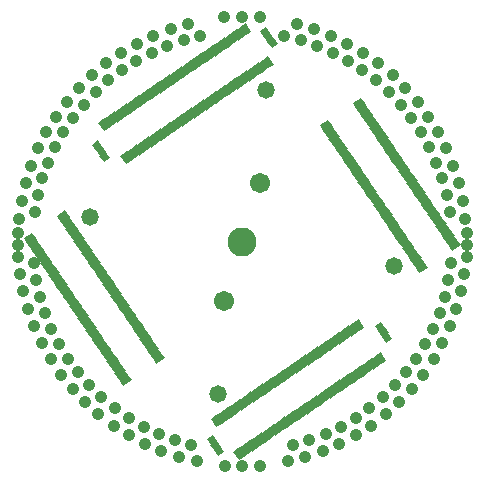
<source format=gts>
G75*
%MOIN*%
%OFA0B0*%
%FSLAX24Y24*%
%IPPOS*%
%LPD*%
%AMOC8*
5,1,8,0,0,1.08239X$1,22.5*
%
%ADD10C,0.0580*%
%ADD11R,0.0171X0.0340*%
%ADD12R,0.0218X0.0340*%
%ADD13C,0.0417*%
%ADD14C,0.0970*%
%ADD15C,0.0671*%
%ADD16R,0.0250X0.0250*%
D10*
X007296Y003085D03*
X003048Y008953D03*
X008916Y013200D03*
X013164Y007332D03*
D11*
G36*
X013716Y007528D02*
X013621Y007669D01*
X013902Y007858D01*
X013997Y007717D01*
X013716Y007528D01*
G37*
G36*
X013805Y007397D02*
X013710Y007538D01*
X013991Y007727D01*
X014086Y007586D01*
X013805Y007397D01*
G37*
G36*
X013893Y007267D02*
X013798Y007408D01*
X014079Y007597D01*
X014174Y007456D01*
X013893Y007267D01*
G37*
G36*
X013628Y007658D02*
X013533Y007799D01*
X013814Y007988D01*
X013909Y007847D01*
X013628Y007658D01*
G37*
G36*
X013540Y007789D02*
X013445Y007930D01*
X013726Y008119D01*
X013821Y007978D01*
X013540Y007789D01*
G37*
G36*
X013452Y007919D02*
X013357Y008060D01*
X013638Y008249D01*
X013733Y008108D01*
X013452Y007919D01*
G37*
G36*
X013364Y008050D02*
X013269Y008191D01*
X013550Y008380D01*
X013645Y008239D01*
X013364Y008050D01*
G37*
G36*
X013276Y008180D02*
X013181Y008321D01*
X013462Y008510D01*
X013557Y008369D01*
X013276Y008180D01*
G37*
G36*
X013188Y008311D02*
X013093Y008452D01*
X013374Y008641D01*
X013469Y008500D01*
X013188Y008311D01*
G37*
G36*
X013100Y008442D02*
X013005Y008583D01*
X013286Y008772D01*
X013381Y008631D01*
X013100Y008442D01*
G37*
G36*
X013012Y008572D02*
X012917Y008713D01*
X013198Y008902D01*
X013293Y008761D01*
X013012Y008572D01*
G37*
G36*
X012924Y008703D02*
X012829Y008844D01*
X013110Y009033D01*
X013205Y008892D01*
X012924Y008703D01*
G37*
G36*
X012836Y008833D02*
X012741Y008974D01*
X013022Y009163D01*
X013117Y009022D01*
X012836Y008833D01*
G37*
G36*
X012748Y008964D02*
X012653Y009105D01*
X012934Y009294D01*
X013029Y009153D01*
X012748Y008964D01*
G37*
G36*
X012660Y009094D02*
X012565Y009235D01*
X012846Y009424D01*
X012941Y009283D01*
X012660Y009094D01*
G37*
G36*
X012572Y009225D02*
X012477Y009366D01*
X012758Y009555D01*
X012853Y009414D01*
X012572Y009225D01*
G37*
G36*
X012484Y009355D02*
X012389Y009496D01*
X012670Y009685D01*
X012765Y009544D01*
X012484Y009355D01*
G37*
G36*
X012396Y009486D02*
X012301Y009627D01*
X012582Y009816D01*
X012677Y009675D01*
X012396Y009486D01*
G37*
G36*
X012307Y009617D02*
X012212Y009758D01*
X012493Y009947D01*
X012588Y009806D01*
X012307Y009617D01*
G37*
G36*
X012219Y009747D02*
X012124Y009888D01*
X012405Y010077D01*
X012500Y009936D01*
X012219Y009747D01*
G37*
G36*
X012131Y009878D02*
X012036Y010019D01*
X012317Y010208D01*
X012412Y010067D01*
X012131Y009878D01*
G37*
G36*
X012043Y010008D02*
X011948Y010149D01*
X012229Y010338D01*
X012324Y010197D01*
X012043Y010008D01*
G37*
G36*
X011955Y010139D02*
X011860Y010280D01*
X012141Y010469D01*
X012236Y010328D01*
X011955Y010139D01*
G37*
G36*
X011867Y010269D02*
X011772Y010410D01*
X012053Y010599D01*
X012148Y010458D01*
X011867Y010269D01*
G37*
G36*
X011779Y010400D02*
X011684Y010541D01*
X011965Y010730D01*
X012060Y010589D01*
X011779Y010400D01*
G37*
G36*
X011691Y010530D02*
X011596Y010671D01*
X011877Y010860D01*
X011972Y010719D01*
X011691Y010530D01*
G37*
G36*
X011603Y010661D02*
X011508Y010802D01*
X011789Y010991D01*
X011884Y010850D01*
X011603Y010661D01*
G37*
G36*
X011515Y010792D02*
X011420Y010933D01*
X011701Y011122D01*
X011796Y010981D01*
X011515Y010792D01*
G37*
G36*
X011427Y010922D02*
X011332Y011063D01*
X011613Y011252D01*
X011708Y011111D01*
X011427Y010922D01*
G37*
G36*
X011339Y011053D02*
X011244Y011194D01*
X011525Y011383D01*
X011620Y011242D01*
X011339Y011053D01*
G37*
G36*
X011251Y011183D02*
X011156Y011324D01*
X011437Y011513D01*
X011532Y011372D01*
X011251Y011183D01*
G37*
G36*
X011163Y011314D02*
X011068Y011455D01*
X011349Y011644D01*
X011444Y011503D01*
X011163Y011314D01*
G37*
G36*
X011075Y011444D02*
X010980Y011585D01*
X011261Y011774D01*
X011356Y011633D01*
X011075Y011444D01*
G37*
G36*
X010987Y011575D02*
X010892Y011716D01*
X011173Y011905D01*
X011268Y011764D01*
X010987Y011575D01*
G37*
G36*
X010898Y011705D02*
X010803Y011846D01*
X011084Y012035D01*
X011179Y011894D01*
X010898Y011705D01*
G37*
G36*
X012272Y012647D02*
X012367Y012506D01*
X012086Y012317D01*
X011991Y012458D01*
X012272Y012647D01*
G37*
G36*
X012184Y012777D02*
X012279Y012636D01*
X011998Y012447D01*
X011903Y012588D01*
X012184Y012777D01*
G37*
G36*
X012361Y012516D02*
X012456Y012375D01*
X012175Y012186D01*
X012080Y012327D01*
X012361Y012516D01*
G37*
G36*
X012449Y012386D02*
X012544Y012245D01*
X012263Y012056D01*
X012168Y012197D01*
X012449Y012386D01*
G37*
G36*
X012537Y012255D02*
X012632Y012114D01*
X012351Y011925D01*
X012256Y012066D01*
X012537Y012255D01*
G37*
G36*
X012625Y012125D02*
X012720Y011984D01*
X012439Y011795D01*
X012344Y011936D01*
X012625Y012125D01*
G37*
G36*
X012713Y011994D02*
X012808Y011853D01*
X012527Y011664D01*
X012432Y011805D01*
X012713Y011994D01*
G37*
G36*
X012801Y011863D02*
X012896Y011722D01*
X012615Y011533D01*
X012520Y011674D01*
X012801Y011863D01*
G37*
G36*
X012889Y011733D02*
X012984Y011592D01*
X012703Y011403D01*
X012608Y011544D01*
X012889Y011733D01*
G37*
G36*
X012977Y011602D02*
X013072Y011461D01*
X012791Y011272D01*
X012696Y011413D01*
X012977Y011602D01*
G37*
G36*
X013065Y011472D02*
X013160Y011331D01*
X012879Y011142D01*
X012784Y011283D01*
X013065Y011472D01*
G37*
G36*
X013153Y011341D02*
X013248Y011200D01*
X012967Y011011D01*
X012872Y011152D01*
X013153Y011341D01*
G37*
G36*
X013241Y011211D02*
X013336Y011070D01*
X013055Y010881D01*
X012960Y011022D01*
X013241Y011211D01*
G37*
G36*
X013329Y011080D02*
X013424Y010939D01*
X013143Y010750D01*
X013048Y010891D01*
X013329Y011080D01*
G37*
G36*
X013417Y010950D02*
X013512Y010809D01*
X013231Y010620D01*
X013136Y010761D01*
X013417Y010950D01*
G37*
G36*
X013505Y010819D02*
X013600Y010678D01*
X013319Y010489D01*
X013224Y010630D01*
X013505Y010819D01*
G37*
G36*
X013593Y010688D02*
X013688Y010547D01*
X013407Y010358D01*
X013312Y010499D01*
X013593Y010688D01*
G37*
G36*
X013681Y010558D02*
X013776Y010417D01*
X013495Y010228D01*
X013400Y010369D01*
X013681Y010558D01*
G37*
G36*
X013770Y010427D02*
X013865Y010286D01*
X013584Y010097D01*
X013489Y010238D01*
X013770Y010427D01*
G37*
G36*
X013858Y010297D02*
X013953Y010156D01*
X013672Y009967D01*
X013577Y010108D01*
X013858Y010297D01*
G37*
G36*
X013946Y010166D02*
X014041Y010025D01*
X013760Y009836D01*
X013665Y009977D01*
X013946Y010166D01*
G37*
G36*
X014034Y010036D02*
X014129Y009895D01*
X013848Y009706D01*
X013753Y009847D01*
X014034Y010036D01*
G37*
G36*
X014122Y009905D02*
X014217Y009764D01*
X013936Y009575D01*
X013841Y009716D01*
X014122Y009905D01*
G37*
G36*
X014210Y009775D02*
X014305Y009634D01*
X014024Y009445D01*
X013929Y009586D01*
X014210Y009775D01*
G37*
G36*
X014298Y009644D02*
X014393Y009503D01*
X014112Y009314D01*
X014017Y009455D01*
X014298Y009644D01*
G37*
G36*
X014386Y009513D02*
X014481Y009372D01*
X014200Y009183D01*
X014105Y009324D01*
X014386Y009513D01*
G37*
G36*
X014474Y009383D02*
X014569Y009242D01*
X014288Y009053D01*
X014193Y009194D01*
X014474Y009383D01*
G37*
G36*
X014562Y009252D02*
X014657Y009111D01*
X014376Y008922D01*
X014281Y009063D01*
X014562Y009252D01*
G37*
G36*
X014650Y009122D02*
X014745Y008981D01*
X014464Y008792D01*
X014369Y008933D01*
X014650Y009122D01*
G37*
G36*
X014738Y008991D02*
X014833Y008850D01*
X014552Y008661D01*
X014457Y008802D01*
X014738Y008991D01*
G37*
G36*
X014826Y008861D02*
X014921Y008720D01*
X014640Y008531D01*
X014545Y008672D01*
X014826Y008861D01*
G37*
G36*
X014914Y008730D02*
X015009Y008589D01*
X014728Y008400D01*
X014633Y008541D01*
X014914Y008730D01*
G37*
G36*
X015002Y008600D02*
X015097Y008459D01*
X014816Y008270D01*
X014721Y008411D01*
X015002Y008600D01*
G37*
G36*
X015090Y008469D02*
X015185Y008328D01*
X014904Y008139D01*
X014809Y008280D01*
X015090Y008469D01*
G37*
G36*
X015179Y008338D02*
X015274Y008197D01*
X014993Y008008D01*
X014898Y008149D01*
X015179Y008338D01*
G37*
G36*
X011669Y005350D02*
X011810Y005445D01*
X011999Y005164D01*
X011858Y005069D01*
X011669Y005350D01*
G37*
G36*
X011539Y005262D02*
X011680Y005357D01*
X011869Y005076D01*
X011728Y004981D01*
X011539Y005262D01*
G37*
G36*
X011408Y005174D02*
X011549Y005269D01*
X011738Y004988D01*
X011597Y004893D01*
X011408Y005174D01*
G37*
G36*
X011277Y005086D02*
X011418Y005181D01*
X011607Y004900D01*
X011466Y004805D01*
X011277Y005086D01*
G37*
G36*
X011147Y004998D02*
X011288Y005093D01*
X011477Y004812D01*
X011336Y004717D01*
X011147Y004998D01*
G37*
G36*
X011016Y004910D02*
X011157Y005005D01*
X011346Y004724D01*
X011205Y004629D01*
X011016Y004910D01*
G37*
G36*
X010886Y004822D02*
X011027Y004917D01*
X011216Y004636D01*
X011075Y004541D01*
X010886Y004822D01*
G37*
G36*
X010755Y004734D02*
X010896Y004829D01*
X011085Y004548D01*
X010944Y004453D01*
X010755Y004734D01*
G37*
G36*
X010625Y004646D02*
X010766Y004741D01*
X010955Y004460D01*
X010814Y004365D01*
X010625Y004646D01*
G37*
G36*
X010494Y004558D02*
X010635Y004653D01*
X010824Y004372D01*
X010683Y004277D01*
X010494Y004558D01*
G37*
G36*
X010364Y004470D02*
X010505Y004565D01*
X010694Y004284D01*
X010553Y004189D01*
X010364Y004470D01*
G37*
G36*
X010233Y004382D02*
X010374Y004477D01*
X010563Y004196D01*
X010422Y004101D01*
X010233Y004382D01*
G37*
G36*
X010102Y004294D02*
X010243Y004389D01*
X010432Y004108D01*
X010291Y004013D01*
X010102Y004294D01*
G37*
G36*
X009972Y004205D02*
X010113Y004300D01*
X010302Y004019D01*
X010161Y003924D01*
X009972Y004205D01*
G37*
G36*
X009841Y004117D02*
X009982Y004212D01*
X010171Y003931D01*
X010030Y003836D01*
X009841Y004117D01*
G37*
G36*
X009711Y004029D02*
X009852Y004124D01*
X010041Y003843D01*
X009900Y003748D01*
X009711Y004029D01*
G37*
G36*
X009580Y003941D02*
X009721Y004036D01*
X009910Y003755D01*
X009769Y003660D01*
X009580Y003941D01*
G37*
G36*
X009450Y003853D02*
X009591Y003948D01*
X009780Y003667D01*
X009639Y003572D01*
X009450Y003853D01*
G37*
G36*
X009319Y003765D02*
X009460Y003860D01*
X009649Y003579D01*
X009508Y003484D01*
X009319Y003765D01*
G37*
G36*
X009189Y003677D02*
X009330Y003772D01*
X009519Y003491D01*
X009378Y003396D01*
X009189Y003677D01*
G37*
G36*
X009058Y003589D02*
X009199Y003684D01*
X009388Y003403D01*
X009247Y003308D01*
X009058Y003589D01*
G37*
G36*
X008927Y003501D02*
X009068Y003596D01*
X009257Y003315D01*
X009116Y003220D01*
X008927Y003501D01*
G37*
G36*
X008797Y003413D02*
X008938Y003508D01*
X009127Y003227D01*
X008986Y003132D01*
X008797Y003413D01*
G37*
G36*
X008666Y003325D02*
X008807Y003420D01*
X008996Y003139D01*
X008855Y003044D01*
X008666Y003325D01*
G37*
G36*
X008536Y003237D02*
X008677Y003332D01*
X008866Y003051D01*
X008725Y002956D01*
X008536Y003237D01*
G37*
G36*
X008405Y003149D02*
X008546Y003244D01*
X008735Y002963D01*
X008594Y002868D01*
X008405Y003149D01*
G37*
G36*
X008275Y003061D02*
X008416Y003156D01*
X008605Y002875D01*
X008464Y002780D01*
X008275Y003061D01*
G37*
G36*
X008144Y002973D02*
X008285Y003068D01*
X008474Y002787D01*
X008333Y002692D01*
X008144Y002973D01*
G37*
G36*
X008014Y002885D02*
X008155Y002980D01*
X008344Y002699D01*
X008203Y002604D01*
X008014Y002885D01*
G37*
G36*
X007883Y002796D02*
X008024Y002891D01*
X008213Y002610D01*
X008072Y002515D01*
X007883Y002796D01*
G37*
G36*
X007752Y002708D02*
X007893Y002803D01*
X008082Y002522D01*
X007941Y002427D01*
X007752Y002708D01*
G37*
G36*
X007622Y002620D02*
X007763Y002715D01*
X007952Y002434D01*
X007811Y002339D01*
X007622Y002620D01*
G37*
G36*
X007491Y002532D02*
X007632Y002627D01*
X007821Y002346D01*
X007680Y002251D01*
X007491Y002532D01*
G37*
G36*
X007361Y002444D02*
X007502Y002539D01*
X007691Y002258D01*
X007550Y002163D01*
X007361Y002444D01*
G37*
G36*
X007230Y002356D02*
X007371Y002451D01*
X007560Y002170D01*
X007419Y002075D01*
X007230Y002356D01*
G37*
G36*
X008302Y001070D02*
X008161Y000975D01*
X007972Y001256D01*
X008113Y001351D01*
X008302Y001070D01*
G37*
G36*
X008433Y001158D02*
X008292Y001063D01*
X008103Y001344D01*
X008244Y001439D01*
X008433Y001158D01*
G37*
G36*
X008563Y001246D02*
X008422Y001151D01*
X008233Y001432D01*
X008374Y001527D01*
X008563Y001246D01*
G37*
G36*
X008694Y001334D02*
X008553Y001239D01*
X008364Y001520D01*
X008505Y001615D01*
X008694Y001334D01*
G37*
G36*
X008824Y001422D02*
X008683Y001327D01*
X008494Y001608D01*
X008635Y001703D01*
X008824Y001422D01*
G37*
G36*
X008955Y001511D02*
X008814Y001416D01*
X008625Y001697D01*
X008766Y001792D01*
X008955Y001511D01*
G37*
G36*
X009085Y001599D02*
X008944Y001504D01*
X008755Y001785D01*
X008896Y001880D01*
X009085Y001599D01*
G37*
G36*
X009216Y001687D02*
X009075Y001592D01*
X008886Y001873D01*
X009027Y001968D01*
X009216Y001687D01*
G37*
G36*
X009347Y001775D02*
X009206Y001680D01*
X009017Y001961D01*
X009158Y002056D01*
X009347Y001775D01*
G37*
G36*
X009477Y001863D02*
X009336Y001768D01*
X009147Y002049D01*
X009288Y002144D01*
X009477Y001863D01*
G37*
G36*
X009608Y001951D02*
X009467Y001856D01*
X009278Y002137D01*
X009419Y002232D01*
X009608Y001951D01*
G37*
G36*
X009738Y002039D02*
X009597Y001944D01*
X009408Y002225D01*
X009549Y002320D01*
X009738Y002039D01*
G37*
G36*
X009869Y002127D02*
X009728Y002032D01*
X009539Y002313D01*
X009680Y002408D01*
X009869Y002127D01*
G37*
G36*
X009999Y002215D02*
X009858Y002120D01*
X009669Y002401D01*
X009810Y002496D01*
X009999Y002215D01*
G37*
G36*
X010130Y002303D02*
X009989Y002208D01*
X009800Y002489D01*
X009941Y002584D01*
X010130Y002303D01*
G37*
G36*
X010260Y002391D02*
X010119Y002296D01*
X009930Y002577D01*
X010071Y002672D01*
X010260Y002391D01*
G37*
G36*
X010391Y002479D02*
X010250Y002384D01*
X010061Y002665D01*
X010202Y002760D01*
X010391Y002479D01*
G37*
G36*
X010522Y002567D02*
X010381Y002472D01*
X010192Y002753D01*
X010333Y002848D01*
X010522Y002567D01*
G37*
G36*
X010652Y002655D02*
X010511Y002560D01*
X010322Y002841D01*
X010463Y002936D01*
X010652Y002655D01*
G37*
G36*
X010783Y002743D02*
X010642Y002648D01*
X010453Y002929D01*
X010594Y003024D01*
X010783Y002743D01*
G37*
G36*
X010913Y002831D02*
X010772Y002736D01*
X010583Y003017D01*
X010724Y003112D01*
X010913Y002831D01*
G37*
G36*
X011044Y002920D02*
X010903Y002825D01*
X010714Y003106D01*
X010855Y003201D01*
X011044Y002920D01*
G37*
G36*
X011174Y003008D02*
X011033Y002913D01*
X010844Y003194D01*
X010985Y003289D01*
X011174Y003008D01*
G37*
G36*
X011305Y003096D02*
X011164Y003001D01*
X010975Y003282D01*
X011116Y003377D01*
X011305Y003096D01*
G37*
G36*
X011435Y003184D02*
X011294Y003089D01*
X011105Y003370D01*
X011246Y003465D01*
X011435Y003184D01*
G37*
G36*
X011566Y003272D02*
X011425Y003177D01*
X011236Y003458D01*
X011377Y003553D01*
X011566Y003272D01*
G37*
G36*
X011697Y003360D02*
X011556Y003265D01*
X011367Y003546D01*
X011508Y003641D01*
X011697Y003360D01*
G37*
G36*
X011827Y003448D02*
X011686Y003353D01*
X011497Y003634D01*
X011638Y003729D01*
X011827Y003448D01*
G37*
G36*
X011958Y003536D02*
X011817Y003441D01*
X011628Y003722D01*
X011769Y003817D01*
X011958Y003536D01*
G37*
G36*
X012088Y003624D02*
X011947Y003529D01*
X011758Y003810D01*
X011899Y003905D01*
X012088Y003624D01*
G37*
G36*
X012219Y003712D02*
X012078Y003617D01*
X011889Y003898D01*
X012030Y003993D01*
X012219Y003712D01*
G37*
G36*
X012349Y003800D02*
X012208Y003705D01*
X012019Y003986D01*
X012160Y004081D01*
X012349Y003800D01*
G37*
G36*
X012480Y003888D02*
X012339Y003793D01*
X012150Y004074D01*
X012291Y004169D01*
X012480Y003888D01*
G37*
G36*
X012611Y003976D02*
X012470Y003881D01*
X012281Y004162D01*
X012422Y004257D01*
X012611Y003976D01*
G37*
G36*
X012741Y004064D02*
X012600Y003969D01*
X012411Y004250D01*
X012552Y004345D01*
X012741Y004064D01*
G37*
G36*
X005314Y004580D02*
X005409Y004439D01*
X005128Y004250D01*
X005033Y004391D01*
X005314Y004580D01*
G37*
G36*
X005226Y004710D02*
X005321Y004569D01*
X005040Y004380D01*
X004945Y004521D01*
X005226Y004710D01*
G37*
G36*
X005138Y004841D02*
X005233Y004700D01*
X004952Y004511D01*
X004857Y004652D01*
X005138Y004841D01*
G37*
G36*
X005050Y004971D02*
X005145Y004830D01*
X004864Y004641D01*
X004769Y004782D01*
X005050Y004971D01*
G37*
G36*
X004962Y005102D02*
X005057Y004961D01*
X004776Y004772D01*
X004681Y004913D01*
X004962Y005102D01*
G37*
G36*
X004874Y005232D02*
X004969Y005091D01*
X004688Y004902D01*
X004593Y005043D01*
X004874Y005232D01*
G37*
G36*
X004786Y005363D02*
X004881Y005222D01*
X004600Y005033D01*
X004505Y005174D01*
X004786Y005363D01*
G37*
G36*
X004698Y005494D02*
X004793Y005353D01*
X004512Y005164D01*
X004417Y005305D01*
X004698Y005494D01*
G37*
G36*
X004609Y005624D02*
X004704Y005483D01*
X004423Y005294D01*
X004328Y005435D01*
X004609Y005624D01*
G37*
G36*
X004521Y005755D02*
X004616Y005614D01*
X004335Y005425D01*
X004240Y005566D01*
X004521Y005755D01*
G37*
G36*
X004433Y005885D02*
X004528Y005744D01*
X004247Y005555D01*
X004152Y005696D01*
X004433Y005885D01*
G37*
G36*
X004345Y006016D02*
X004440Y005875D01*
X004159Y005686D01*
X004064Y005827D01*
X004345Y006016D01*
G37*
G36*
X004257Y006146D02*
X004352Y006005D01*
X004071Y005816D01*
X003976Y005957D01*
X004257Y006146D01*
G37*
G36*
X004169Y006277D02*
X004264Y006136D01*
X003983Y005947D01*
X003888Y006088D01*
X004169Y006277D01*
G37*
G36*
X004081Y006407D02*
X004176Y006266D01*
X003895Y006077D01*
X003800Y006218D01*
X004081Y006407D01*
G37*
G36*
X003993Y006538D02*
X004088Y006397D01*
X003807Y006208D01*
X003712Y006349D01*
X003993Y006538D01*
G37*
G36*
X003905Y006669D02*
X004000Y006528D01*
X003719Y006339D01*
X003624Y006480D01*
X003905Y006669D01*
G37*
G36*
X003817Y006799D02*
X003912Y006658D01*
X003631Y006469D01*
X003536Y006610D01*
X003817Y006799D01*
G37*
G36*
X003729Y006930D02*
X003824Y006789D01*
X003543Y006600D01*
X003448Y006741D01*
X003729Y006930D01*
G37*
G36*
X003641Y007060D02*
X003736Y006919D01*
X003455Y006730D01*
X003360Y006871D01*
X003641Y007060D01*
G37*
G36*
X003553Y007191D02*
X003648Y007050D01*
X003367Y006861D01*
X003272Y007002D01*
X003553Y007191D01*
G37*
G36*
X003465Y007321D02*
X003560Y007180D01*
X003279Y006991D01*
X003184Y007132D01*
X003465Y007321D01*
G37*
G36*
X003377Y007452D02*
X003472Y007311D01*
X003191Y007122D01*
X003096Y007263D01*
X003377Y007452D01*
G37*
G36*
X003289Y007582D02*
X003384Y007441D01*
X003103Y007252D01*
X003008Y007393D01*
X003289Y007582D01*
G37*
G36*
X003200Y007713D02*
X003295Y007572D01*
X003014Y007383D01*
X002919Y007524D01*
X003200Y007713D01*
G37*
G36*
X003112Y007844D02*
X003207Y007703D01*
X002926Y007514D01*
X002831Y007655D01*
X003112Y007844D01*
G37*
G36*
X003024Y007974D02*
X003119Y007833D01*
X002838Y007644D01*
X002743Y007785D01*
X003024Y007974D01*
G37*
G36*
X002936Y008105D02*
X003031Y007964D01*
X002750Y007775D01*
X002655Y007916D01*
X002936Y008105D01*
G37*
G36*
X002848Y008235D02*
X002943Y008094D01*
X002662Y007905D01*
X002567Y008046D01*
X002848Y008235D01*
G37*
G36*
X002760Y008366D02*
X002855Y008225D01*
X002574Y008036D01*
X002479Y008177D01*
X002760Y008366D01*
G37*
G36*
X002672Y008496D02*
X002767Y008355D01*
X002486Y008166D01*
X002391Y008307D01*
X002672Y008496D01*
G37*
G36*
X002584Y008627D02*
X002679Y008486D01*
X002398Y008297D01*
X002303Y008438D01*
X002584Y008627D01*
G37*
G36*
X002496Y008757D02*
X002591Y008616D01*
X002310Y008427D01*
X002215Y008568D01*
X002496Y008757D01*
G37*
G36*
X002408Y008888D02*
X002503Y008747D01*
X002222Y008558D01*
X002127Y008699D01*
X002408Y008888D01*
G37*
G36*
X002320Y009019D02*
X002415Y008878D01*
X002134Y008689D01*
X002039Y008830D01*
X002320Y009019D01*
G37*
G36*
X001122Y007816D02*
X001027Y007957D01*
X001308Y008146D01*
X001403Y008005D01*
X001122Y007816D01*
G37*
G36*
X001210Y007686D02*
X001115Y007827D01*
X001396Y008016D01*
X001491Y007875D01*
X001210Y007686D01*
G37*
G36*
X001298Y007555D02*
X001203Y007696D01*
X001484Y007885D01*
X001579Y007744D01*
X001298Y007555D01*
G37*
G36*
X001386Y007424D02*
X001291Y007565D01*
X001572Y007754D01*
X001667Y007613D01*
X001386Y007424D01*
G37*
G36*
X001474Y007294D02*
X001379Y007435D01*
X001660Y007624D01*
X001755Y007483D01*
X001474Y007294D01*
G37*
G36*
X001562Y007163D02*
X001467Y007304D01*
X001748Y007493D01*
X001843Y007352D01*
X001562Y007163D01*
G37*
G36*
X001650Y007033D02*
X001555Y007174D01*
X001836Y007363D01*
X001931Y007222D01*
X001650Y007033D01*
G37*
G36*
X001738Y006902D02*
X001643Y007043D01*
X001924Y007232D01*
X002019Y007091D01*
X001738Y006902D01*
G37*
G36*
X001826Y006772D02*
X001731Y006913D01*
X002012Y007102D01*
X002107Y006961D01*
X001826Y006772D01*
G37*
G36*
X001915Y006641D02*
X001820Y006782D01*
X002101Y006971D01*
X002196Y006830D01*
X001915Y006641D01*
G37*
G36*
X002003Y006511D02*
X001908Y006652D01*
X002189Y006841D01*
X002284Y006700D01*
X002003Y006511D01*
G37*
G36*
X002091Y006380D02*
X001996Y006521D01*
X002277Y006710D01*
X002372Y006569D01*
X002091Y006380D01*
G37*
G36*
X002179Y006249D02*
X002084Y006390D01*
X002365Y006579D01*
X002460Y006438D01*
X002179Y006249D01*
G37*
G36*
X002267Y006119D02*
X002172Y006260D01*
X002453Y006449D01*
X002548Y006308D01*
X002267Y006119D01*
G37*
G36*
X002355Y005988D02*
X002260Y006129D01*
X002541Y006318D01*
X002636Y006177D01*
X002355Y005988D01*
G37*
G36*
X002443Y005858D02*
X002348Y005999D01*
X002629Y006188D01*
X002724Y006047D01*
X002443Y005858D01*
G37*
G36*
X002531Y005727D02*
X002436Y005868D01*
X002717Y006057D01*
X002812Y005916D01*
X002531Y005727D01*
G37*
G36*
X002619Y005597D02*
X002524Y005738D01*
X002805Y005927D01*
X002900Y005786D01*
X002619Y005597D01*
G37*
G36*
X002707Y005466D02*
X002612Y005607D01*
X002893Y005796D01*
X002988Y005655D01*
X002707Y005466D01*
G37*
G36*
X002795Y005336D02*
X002700Y005477D01*
X002981Y005666D01*
X003076Y005525D01*
X002795Y005336D01*
G37*
G36*
X002883Y005205D02*
X002788Y005346D01*
X003069Y005535D01*
X003164Y005394D01*
X002883Y005205D01*
G37*
G36*
X002971Y005074D02*
X002876Y005215D01*
X003157Y005404D01*
X003252Y005263D01*
X002971Y005074D01*
G37*
G36*
X003059Y004944D02*
X002964Y005085D01*
X003245Y005274D01*
X003340Y005133D01*
X003059Y004944D01*
G37*
G36*
X003147Y004813D02*
X003052Y004954D01*
X003333Y005143D01*
X003428Y005002D01*
X003147Y004813D01*
G37*
G36*
X003235Y004683D02*
X003140Y004824D01*
X003421Y005013D01*
X003516Y004872D01*
X003235Y004683D01*
G37*
G36*
X003324Y004552D02*
X003229Y004693D01*
X003510Y004882D01*
X003605Y004741D01*
X003324Y004552D01*
G37*
G36*
X003412Y004422D02*
X003317Y004563D01*
X003598Y004752D01*
X003693Y004611D01*
X003412Y004422D01*
G37*
G36*
X003500Y004291D02*
X003405Y004432D01*
X003686Y004621D01*
X003781Y004480D01*
X003500Y004291D01*
G37*
G36*
X003588Y004160D02*
X003493Y004301D01*
X003774Y004490D01*
X003869Y004349D01*
X003588Y004160D01*
G37*
G36*
X003676Y004030D02*
X003581Y004171D01*
X003862Y004360D01*
X003957Y004219D01*
X003676Y004030D01*
G37*
G36*
X003764Y003899D02*
X003669Y004040D01*
X003950Y004229D01*
X004045Y004088D01*
X003764Y003899D01*
G37*
G36*
X003852Y003769D02*
X003757Y003910D01*
X004038Y004099D01*
X004133Y003958D01*
X003852Y003769D01*
G37*
G36*
X003940Y003638D02*
X003845Y003779D01*
X004126Y003968D01*
X004221Y003827D01*
X003940Y003638D01*
G37*
G36*
X004028Y003508D02*
X003933Y003649D01*
X004214Y003838D01*
X004309Y003697D01*
X004028Y003508D01*
G37*
G36*
X001034Y007947D02*
X000939Y008088D01*
X001220Y008277D01*
X001315Y008136D01*
X001034Y007947D01*
G37*
G36*
X004543Y010935D02*
X004402Y010840D01*
X004213Y011121D01*
X004354Y011216D01*
X004543Y010935D01*
G37*
G36*
X004674Y011023D02*
X004533Y010928D01*
X004344Y011209D01*
X004485Y011304D01*
X004674Y011023D01*
G37*
G36*
X004804Y011111D02*
X004663Y011016D01*
X004474Y011297D01*
X004615Y011392D01*
X004804Y011111D01*
G37*
G36*
X004935Y011199D02*
X004794Y011104D01*
X004605Y011385D01*
X004746Y011480D01*
X004935Y011199D01*
G37*
G36*
X005066Y011287D02*
X004925Y011192D01*
X004736Y011473D01*
X004877Y011568D01*
X005066Y011287D01*
G37*
G36*
X005196Y011375D02*
X005055Y011280D01*
X004866Y011561D01*
X005007Y011656D01*
X005196Y011375D01*
G37*
G36*
X005327Y011463D02*
X005186Y011368D01*
X004997Y011649D01*
X005138Y011744D01*
X005327Y011463D01*
G37*
G36*
X005457Y011551D02*
X005316Y011456D01*
X005127Y011737D01*
X005268Y011832D01*
X005457Y011551D01*
G37*
G36*
X005588Y011639D02*
X005447Y011544D01*
X005258Y011825D01*
X005399Y011920D01*
X005588Y011639D01*
G37*
G36*
X005718Y011727D02*
X005577Y011632D01*
X005388Y011913D01*
X005529Y012008D01*
X005718Y011727D01*
G37*
G36*
X005849Y011815D02*
X005708Y011720D01*
X005519Y012001D01*
X005660Y012096D01*
X005849Y011815D01*
G37*
G36*
X005979Y011903D02*
X005838Y011808D01*
X005649Y012089D01*
X005790Y012184D01*
X005979Y011903D01*
G37*
G36*
X006110Y011992D02*
X005969Y011897D01*
X005780Y012178D01*
X005921Y012273D01*
X006110Y011992D01*
G37*
G36*
X006241Y012080D02*
X006100Y011985D01*
X005911Y012266D01*
X006052Y012361D01*
X006241Y012080D01*
G37*
G36*
X006371Y012168D02*
X006230Y012073D01*
X006041Y012354D01*
X006182Y012449D01*
X006371Y012168D01*
G37*
G36*
X006502Y012256D02*
X006361Y012161D01*
X006172Y012442D01*
X006313Y012537D01*
X006502Y012256D01*
G37*
G36*
X006632Y012344D02*
X006491Y012249D01*
X006302Y012530D01*
X006443Y012625D01*
X006632Y012344D01*
G37*
G36*
X006763Y012432D02*
X006622Y012337D01*
X006433Y012618D01*
X006574Y012713D01*
X006763Y012432D01*
G37*
G36*
X006893Y012520D02*
X006752Y012425D01*
X006563Y012706D01*
X006704Y012801D01*
X006893Y012520D01*
G37*
G36*
X007024Y012608D02*
X006883Y012513D01*
X006694Y012794D01*
X006835Y012889D01*
X007024Y012608D01*
G37*
G36*
X007154Y012696D02*
X007013Y012601D01*
X006824Y012882D01*
X006965Y012977D01*
X007154Y012696D01*
G37*
G36*
X007285Y012784D02*
X007144Y012689D01*
X006955Y012970D01*
X007096Y013065D01*
X007285Y012784D01*
G37*
G36*
X007416Y012872D02*
X007275Y012777D01*
X007086Y013058D01*
X007227Y013153D01*
X007416Y012872D01*
G37*
G36*
X007546Y012960D02*
X007405Y012865D01*
X007216Y013146D01*
X007357Y013241D01*
X007546Y012960D01*
G37*
G36*
X007677Y013048D02*
X007536Y012953D01*
X007347Y013234D01*
X007488Y013329D01*
X007677Y013048D01*
G37*
G36*
X007807Y013136D02*
X007666Y013041D01*
X007477Y013322D01*
X007618Y013417D01*
X007807Y013136D01*
G37*
G36*
X007938Y013224D02*
X007797Y013129D01*
X007608Y013410D01*
X007749Y013505D01*
X007938Y013224D01*
G37*
G36*
X008068Y013312D02*
X007927Y013217D01*
X007738Y013498D01*
X007879Y013593D01*
X008068Y013312D01*
G37*
G36*
X008199Y013401D02*
X008058Y013306D01*
X007869Y013587D01*
X008010Y013682D01*
X008199Y013401D01*
G37*
G36*
X008329Y013489D02*
X008188Y013394D01*
X007999Y013675D01*
X008140Y013770D01*
X008329Y013489D01*
G37*
G36*
X008460Y013577D02*
X008319Y013482D01*
X008130Y013763D01*
X008271Y013858D01*
X008460Y013577D01*
G37*
G36*
X008591Y013665D02*
X008450Y013570D01*
X008261Y013851D01*
X008402Y013946D01*
X008591Y013665D01*
G37*
G36*
X008721Y013753D02*
X008580Y013658D01*
X008391Y013939D01*
X008532Y014034D01*
X008721Y013753D01*
G37*
G36*
X008852Y013841D02*
X008711Y013746D01*
X008522Y014027D01*
X008663Y014122D01*
X008852Y013841D01*
G37*
G36*
X008982Y013929D02*
X008841Y013834D01*
X008652Y014115D01*
X008793Y014210D01*
X008982Y013929D01*
G37*
G36*
X007910Y015215D02*
X008051Y015310D01*
X008240Y015029D01*
X008099Y014934D01*
X007910Y015215D01*
G37*
G36*
X007780Y015127D02*
X007921Y015222D01*
X008110Y014941D01*
X007969Y014846D01*
X007780Y015127D01*
G37*
G36*
X007649Y015039D02*
X007790Y015134D01*
X007979Y014853D01*
X007838Y014758D01*
X007649Y015039D01*
G37*
G36*
X007519Y014951D02*
X007660Y015046D01*
X007849Y014765D01*
X007708Y014670D01*
X007519Y014951D01*
G37*
G36*
X007388Y014863D02*
X007529Y014958D01*
X007718Y014677D01*
X007577Y014582D01*
X007388Y014863D01*
G37*
G36*
X007258Y014775D02*
X007399Y014870D01*
X007588Y014589D01*
X007447Y014494D01*
X007258Y014775D01*
G37*
G36*
X007127Y014686D02*
X007268Y014781D01*
X007457Y014500D01*
X007316Y014405D01*
X007127Y014686D01*
G37*
G36*
X006996Y014598D02*
X007137Y014693D01*
X007326Y014412D01*
X007185Y014317D01*
X006996Y014598D01*
G37*
G36*
X006866Y014510D02*
X007007Y014605D01*
X007196Y014324D01*
X007055Y014229D01*
X006866Y014510D01*
G37*
G36*
X006735Y014422D02*
X006876Y014517D01*
X007065Y014236D01*
X006924Y014141D01*
X006735Y014422D01*
G37*
G36*
X006605Y014334D02*
X006746Y014429D01*
X006935Y014148D01*
X006794Y014053D01*
X006605Y014334D01*
G37*
G36*
X006474Y014246D02*
X006615Y014341D01*
X006804Y014060D01*
X006663Y013965D01*
X006474Y014246D01*
G37*
G36*
X006344Y014158D02*
X006485Y014253D01*
X006674Y013972D01*
X006533Y013877D01*
X006344Y014158D01*
G37*
G36*
X006213Y014070D02*
X006354Y014165D01*
X006543Y013884D01*
X006402Y013789D01*
X006213Y014070D01*
G37*
G36*
X006083Y013982D02*
X006224Y014077D01*
X006413Y013796D01*
X006272Y013701D01*
X006083Y013982D01*
G37*
G36*
X005952Y013894D02*
X006093Y013989D01*
X006282Y013708D01*
X006141Y013613D01*
X005952Y013894D01*
G37*
G36*
X005821Y013806D02*
X005962Y013901D01*
X006151Y013620D01*
X006010Y013525D01*
X005821Y013806D01*
G37*
G36*
X005691Y013718D02*
X005832Y013813D01*
X006021Y013532D01*
X005880Y013437D01*
X005691Y013718D01*
G37*
G36*
X005560Y013630D02*
X005701Y013725D01*
X005890Y013444D01*
X005749Y013349D01*
X005560Y013630D01*
G37*
G36*
X005430Y013542D02*
X005571Y013637D01*
X005760Y013356D01*
X005619Y013261D01*
X005430Y013542D01*
G37*
G36*
X005299Y013454D02*
X005440Y013549D01*
X005629Y013268D01*
X005488Y013173D01*
X005299Y013454D01*
G37*
G36*
X005169Y013366D02*
X005310Y013461D01*
X005499Y013180D01*
X005358Y013085D01*
X005169Y013366D01*
G37*
G36*
X005038Y013277D02*
X005179Y013372D01*
X005368Y013091D01*
X005227Y012996D01*
X005038Y013277D01*
G37*
G36*
X004908Y013189D02*
X005049Y013284D01*
X005238Y013003D01*
X005097Y012908D01*
X004908Y013189D01*
G37*
G36*
X004777Y013101D02*
X004918Y013196D01*
X005107Y012915D01*
X004966Y012820D01*
X004777Y013101D01*
G37*
G36*
X004646Y013013D02*
X004787Y013108D01*
X004976Y012827D01*
X004835Y012732D01*
X004646Y013013D01*
G37*
G36*
X004516Y012925D02*
X004657Y013020D01*
X004846Y012739D01*
X004705Y012644D01*
X004516Y012925D01*
G37*
G36*
X004385Y012837D02*
X004526Y012932D01*
X004715Y012651D01*
X004574Y012556D01*
X004385Y012837D01*
G37*
G36*
X004255Y012749D02*
X004396Y012844D01*
X004585Y012563D01*
X004444Y012468D01*
X004255Y012749D01*
G37*
G36*
X004124Y012661D02*
X004265Y012756D01*
X004454Y012475D01*
X004313Y012380D01*
X004124Y012661D01*
G37*
G36*
X003994Y012573D02*
X004135Y012668D01*
X004324Y012387D01*
X004183Y012292D01*
X003994Y012573D01*
G37*
G36*
X003863Y012485D02*
X004004Y012580D01*
X004193Y012299D01*
X004052Y012204D01*
X003863Y012485D01*
G37*
G36*
X003733Y012397D02*
X003874Y012492D01*
X004063Y012211D01*
X003922Y012116D01*
X003733Y012397D01*
G37*
G36*
X003602Y012309D02*
X003743Y012404D01*
X003932Y012123D01*
X003791Y012028D01*
X003602Y012309D01*
G37*
G36*
X003471Y012221D02*
X003612Y012316D01*
X003801Y012035D01*
X003660Y011940D01*
X003471Y012221D01*
G37*
D12*
G36*
X003296Y012102D02*
X003477Y012224D01*
X003666Y011944D01*
X003485Y011822D01*
X003296Y012102D01*
G37*
G36*
X004408Y010844D02*
X004227Y010722D01*
X004038Y011002D01*
X004219Y011124D01*
X004408Y010844D01*
G37*
G36*
X002201Y009194D02*
X002323Y009013D01*
X002043Y008824D01*
X001921Y009005D01*
X002201Y009194D01*
G37*
G36*
X000943Y008082D02*
X000821Y008263D01*
X001101Y008452D01*
X001223Y008271D01*
X000943Y008082D01*
G37*
G36*
X005405Y004445D02*
X005527Y004264D01*
X005247Y004075D01*
X005125Y004256D01*
X005405Y004445D01*
G37*
G36*
X004147Y003333D02*
X004025Y003514D01*
X004305Y003703D01*
X004427Y003522D01*
X004147Y003333D01*
G37*
G36*
X007055Y002238D02*
X007236Y002360D01*
X007425Y002080D01*
X007244Y001958D01*
X007055Y002238D01*
G37*
G36*
X008167Y000980D02*
X007986Y000858D01*
X007797Y001138D01*
X007978Y001260D01*
X008167Y000980D01*
G37*
G36*
X011804Y005441D02*
X011985Y005563D01*
X012174Y005283D01*
X011993Y005161D01*
X011804Y005441D01*
G37*
G36*
X012916Y004183D02*
X012735Y004061D01*
X012546Y004341D01*
X012727Y004463D01*
X012916Y004183D01*
G37*
G36*
X014011Y007091D02*
X013889Y007272D01*
X014169Y007461D01*
X014291Y007280D01*
X014011Y007091D01*
G37*
G36*
X015269Y008203D02*
X015391Y008022D01*
X015111Y007833D01*
X014989Y008014D01*
X015269Y008203D01*
G37*
G36*
X010808Y011840D02*
X010686Y012021D01*
X010966Y012210D01*
X011088Y012029D01*
X010808Y011840D01*
G37*
G36*
X012066Y012952D02*
X012188Y012771D01*
X011908Y012582D01*
X011786Y012763D01*
X012066Y012952D01*
G37*
G36*
X009157Y014047D02*
X008976Y013925D01*
X008787Y014205D01*
X008968Y014327D01*
X009157Y014047D01*
G37*
G36*
X008045Y015305D02*
X008226Y015427D01*
X008415Y015147D01*
X008234Y015025D01*
X008045Y015305D01*
G37*
D13*
X002874Y002797D03*
X003412Y002962D03*
X003013Y003353D03*
X002450Y003250D03*
X002637Y003788D03*
X002306Y004240D03*
X002079Y003713D03*
X001727Y004239D03*
X001999Y004740D03*
X001746Y005239D03*
X001437Y004757D03*
X001175Y005333D03*
X001525Y005783D03*
X001358Y006317D03*
X000973Y005891D03*
X000812Y006490D03*
X001230Y006878D03*
X000703Y007074D03*
X001151Y007432D03*
X000626Y007650D03*
X000626Y008044D03*
X000626Y008438D03*
X000668Y008916D03*
X001188Y009149D03*
X000751Y009504D03*
X001290Y009699D03*
X000890Y010108D03*
X001442Y010254D03*
X001632Y010780D03*
X001308Y011260D03*
X001876Y011314D03*
X002149Y011802D03*
X001901Y012318D03*
X002251Y012797D03*
X002470Y012279D03*
X002819Y012717D03*
X003222Y013144D03*
X003637Y013519D03*
X003090Y013691D03*
X002667Y013275D03*
X003578Y014094D03*
X004104Y013875D03*
X004575Y014176D03*
X004064Y014436D03*
X004599Y014748D03*
X005083Y014446D03*
X005597Y014668D03*
X005134Y015006D03*
X005725Y015232D03*
X006153Y014855D03*
X006295Y015400D03*
X006696Y014990D03*
X007516Y015623D03*
X008106Y015623D03*
X008697Y015623D03*
X009516Y014990D03*
X010059Y014855D03*
X009918Y015400D03*
X010487Y015232D03*
X010616Y014668D03*
X011129Y014446D03*
X011613Y014748D03*
X011079Y015006D03*
X011637Y014176D03*
X012108Y013875D03*
X012149Y014436D03*
X012634Y014094D03*
X013122Y013691D03*
X012991Y013144D03*
X012575Y013519D03*
X013394Y012717D03*
X013742Y012279D03*
X013961Y012797D03*
X014311Y012318D03*
X014063Y011802D03*
X014337Y011314D03*
X014636Y011790D03*
X014904Y011260D03*
X014581Y010780D03*
X014771Y010254D03*
X015144Y010674D03*
X015322Y010108D03*
X014922Y009699D03*
X015024Y009149D03*
X015461Y009504D03*
X015545Y008916D03*
X015587Y008438D03*
X015587Y008044D03*
X015587Y007650D03*
X015061Y007432D03*
X015509Y007074D03*
X014982Y006878D03*
X015400Y006490D03*
X014855Y006317D03*
X015239Y005891D03*
X014687Y005783D03*
X015037Y005333D03*
X014466Y005239D03*
X014214Y004740D03*
X014776Y004757D03*
X014485Y004239D03*
X014133Y003713D03*
X013576Y003788D03*
X013907Y004240D03*
X013762Y003250D03*
X013200Y003353D03*
X012800Y002962D03*
X012349Y002586D03*
X011891Y002265D03*
X012395Y002014D03*
X011895Y001694D03*
X011395Y001973D03*
X010891Y001730D03*
X011348Y001402D03*
X010803Y001167D03*
X010343Y001519D03*
X009807Y001361D03*
X010204Y000963D03*
X009627Y000820D03*
X008697Y000662D03*
X008106Y000662D03*
X007535Y000662D03*
X006585Y000820D03*
X006406Y001361D03*
X005869Y001519D03*
X005410Y001167D03*
X005321Y001730D03*
X004817Y001973D03*
X004318Y001694D03*
X003818Y002014D03*
X004321Y002265D03*
X003863Y002586D03*
X003315Y002400D03*
X004864Y001402D03*
X006009Y000963D03*
X012897Y002400D03*
X013338Y002797D03*
X013546Y013275D03*
X001576Y011790D03*
X001068Y010674D03*
D14*
X008106Y008143D03*
D15*
X008697Y010111D03*
X007516Y006174D03*
D16*
G36*
X007062Y001353D02*
X006922Y001559D01*
X007128Y001699D01*
X007268Y001493D01*
X007062Y001353D01*
G37*
G36*
X007185Y001171D02*
X007045Y001377D01*
X007251Y001517D01*
X007391Y001311D01*
X007185Y001171D01*
G37*
G36*
X007308Y000988D02*
X007168Y001194D01*
X007374Y001334D01*
X007514Y001128D01*
X007308Y000988D01*
G37*
G36*
X012852Y005295D02*
X012992Y005089D01*
X012786Y004949D01*
X012646Y005155D01*
X012852Y005295D01*
G37*
G36*
X012729Y005477D02*
X012869Y005271D01*
X012663Y005131D01*
X012523Y005337D01*
X012729Y005477D01*
G37*
G36*
X012975Y005112D02*
X013115Y004906D01*
X012909Y004766D01*
X012769Y004972D01*
X012975Y005112D01*
G37*
G36*
X003483Y010808D02*
X003343Y011014D01*
X003549Y011154D01*
X003689Y010948D01*
X003483Y010808D01*
G37*
G36*
X003360Y010990D02*
X003220Y011196D01*
X003426Y011336D01*
X003566Y011130D01*
X003360Y010990D01*
G37*
G36*
X003237Y011173D02*
X003097Y011379D01*
X003303Y011519D01*
X003443Y011313D01*
X003237Y011173D01*
G37*
G36*
X008904Y015297D02*
X009044Y015091D01*
X008838Y014951D01*
X008698Y015157D01*
X008904Y015297D01*
G37*
G36*
X009027Y015115D02*
X009167Y014909D01*
X008961Y014769D01*
X008821Y014975D01*
X009027Y015115D01*
G37*
G36*
X009150Y014932D02*
X009290Y014726D01*
X009084Y014586D01*
X008944Y014792D01*
X009150Y014932D01*
G37*
M02*

</source>
